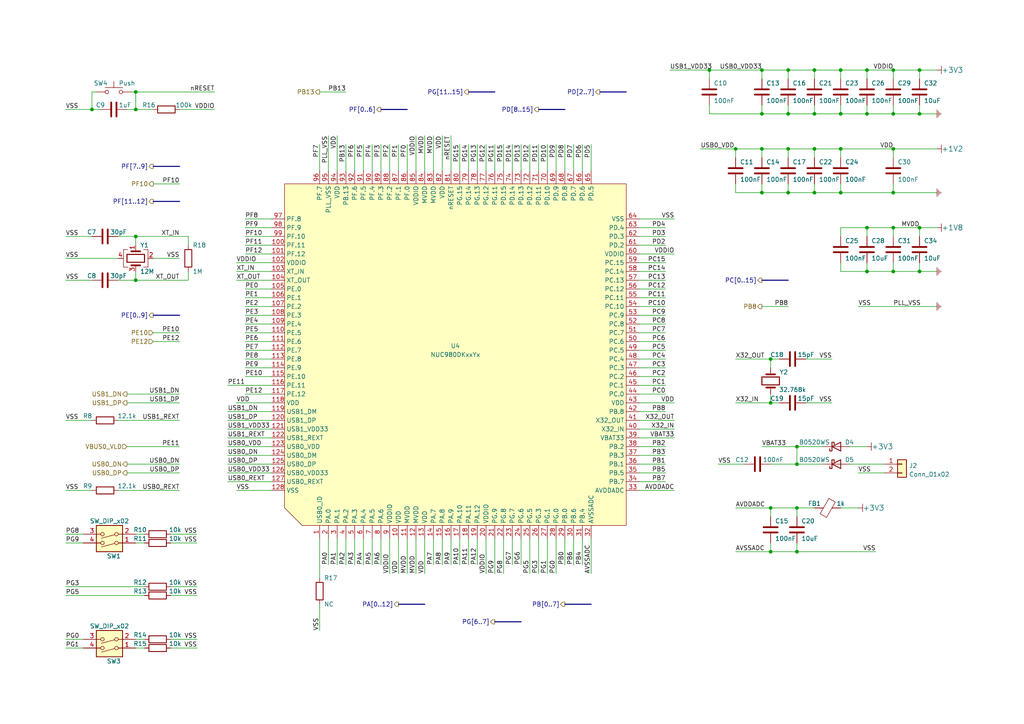
<source format=kicad_sch>
(kicad_sch (version 20230121) (generator eeschema)
  (paper "A4")
  (lib_symbols
    (symbol "0_power:+1V2" (power) (pin_names (offset 1.016))
      (property "Value" "+1V2" (at 0 1.27 0))
      (symbol "+1V2_1_1"
        (pin power_in line (at 0 -1.27 90) (length 0) hide (name "+1V2") (number "1"))
      )
    )
    (symbol "0_power:+1V8" (power) (pin_names (offset 1.016))
      (property "Value" "+1V8" (at 0 1.27 0))
      (symbol "+1V8_1_1"
        (pin power_in line (at 0 -1.27 90) (length 0) hide (name "+1V8") (number "1"))
      )
    )
    (symbol "0_power:+3V3" (power) (pin_names (offset 1.016))
      (property "Value" "+3V3" (at 0 1.27 0))
      (symbol "+3V3_1_1"
        (pin power_in line (at 0 -1.27 90) (length 0) hide (name "+3V3") (number "1"))
      )
    )
    (symbol "0_power:GND" (power) (pin_names (offset 1.016))
      (symbol "GND_1_1"
        (pin power_in line (at 0 0 270) (length 0) hide (name "GND") (number "1"))
      )
    )
    (symbol "0_ungrouped:SW_Push" (pin_numbers hide) (pin_names (offset 1.016) hide)
      (property "Reference" "SW" (at 1.27 2.54 0))
      (property "Value" "SW_Push" (at 0 -1.524 0))
      (symbol "SW_Push_0_1"
        (pin passive line (at -5.08 0 0) (length 2.54) (name "1") (number "1"))
        (pin passive line (at 5.08 0 180) (length 2.54) (name "2") (number "2"))
      )
    )
    (symbol "Connector_Generic:Conn_01x02" (pin_names (offset 1.016) hide)
      (property "Reference" "J" (at 0 2.54 0))
      (property "Value" "Conn_01x02" (at 0 -5.08 0))
      (symbol "Conn_01x02_1_1"
        (pin passive line (at -5.08 0 0) (length 3.81) (name "Pin_1") (number "1"))
        (pin passive line (at -5.08 -2.54 0) (length 3.81) (name "Pin_2") (number "2"))
      )
    )
    (symbol "Device:C" (pin_numbers hide) (pin_names (offset 0.254))
      (property "Reference" "C" (at 0.635 2.54 0))
      (property "Value" "C" (at 0.635 -2.54 0))
      (symbol "C_1_1"
        (pin passive line (at 0 3.81 270) (length 2.794) (name "~") (number "1"))
        (pin passive line (at 0 -3.81 90) (length 2.794) (name "~") (number "2"))
      )
    )
    (symbol "Device:Crystal" (pin_numbers hide) (pin_names (offset 1.016) hide)
      (property "Reference" "Y" (at 0 3.81 0))
      (property "Value" "Crystal" (at 0 -3.81 0))
      (symbol "Crystal_1_1"
        (pin passive line (at -3.81 0 0) (length 1.27) (name "1") (number "1"))
        (pin passive line (at 3.81 0 180) (length 1.27) (name "2") (number "2"))
      )
    )
    (symbol "Device:Crystal_GND24" (pin_names (offset 1.016) hide)
      (property "Reference" "Y" (at 3.175 5.08 0))
      (property "Value" "Crystal_GND24" (at 3.175 3.175 0))
      (symbol "Crystal_GND24_1_1"
        (pin passive line (at -3.81 0 0) (length 1.27) (name "1") (number "1"))
        (pin passive line (at 0 5.08 270) (length 1.27) (name "2") (number "2"))
        (pin passive line (at 3.81 0 180) (length 1.27) (name "3") (number "3"))
        (pin passive line (at 0 -5.08 90) (length 1.27) (name "4") (number "4"))
      )
    )
    (symbol "Device:D_Schottky" (pin_numbers hide) (pin_names (offset 1.016) hide)
      (property "Reference" "D" (at 0 2.54 0))
      (property "Value" "D_Schottky" (at 0 -2.54 0))
      (symbol "D_Schottky_1_1"
        (pin passive line (at -3.81 0 0) (length 2.54) (name "K") (number "1"))
        (pin passive line (at 3.81 0 180) (length 2.54) (name "A") (number "2"))
      )
    )
    (symbol "Device:FerriteBead" (pin_numbers hide) (pin_names (offset 0))
      (property "Reference" "FB" (at -3.81 0.635 90))
      (property "Value" "FerriteBead" (at 3.81 0 90))
      (symbol "FerriteBead_1_1"
        (pin passive line (at 0 3.81 270) (length 2.54) (name "~") (number "1"))
        (pin passive line (at 0 -3.81 90) (length 2.54) (name "~") (number "2"))
      )
    )
    (symbol "Device:R" (pin_numbers hide) (pin_names (offset 0))
      (property "Reference" "R" (at 2.032 0 90))
      (property "Value" "R" (at 0 0 90))
      (symbol "R_1_1"
        (pin passive line (at 0 3.81 270) (length 1.27) (name "~") (number "1"))
        (pin passive line (at 0 -3.81 90) (length 1.27) (name "~") (number "2"))
      )
    )
    (symbol "Switch:SW_DIP_x02" (pin_names (offset 0) hide)
      (property "Reference" "SW" (at 0 6.35 0))
      (property "Value" "SW_DIP_x02" (at 0 -3.81 0))
      (symbol "SW_DIP_x02_1_1"
        (pin passive line (at -7.62 2.54 0) (length 5.08) (name "~") (number "1"))
        (pin passive line (at -7.62 0 0) (length 5.08) (name "~") (number "2"))
        (pin passive line (at 7.62 0 180) (length 5.08) (name "~") (number "3"))
        (pin passive line (at 7.62 2.54 180) (length 5.08) (name "~") (number "4"))
      )
    )
    (symbol "SymLibrary:NUC980DKxxYx"
      (property "Reference" "U" (at -49.53 -49.53 0))
      (property "Value" "NUC980DKxxYx" (at 0 0 0))
      (symbol "NUC980DKxxYx_1_1"
        (pin passive line (at -39.37 -53.34 90) (length 3.81) (name "USB0_ID") (number "1"))
        (pin passive line (at -16.51 -53.34 90) (length 3.81) (name "VDD") (number "10"))
        (pin passive line (at -53.34 31.75 0) (length 3.81) (name "PF.11") (number "100"))
        (pin passive line (at -53.34 29.21 0) (length 3.81) (name "PF.12") (number "101"))
        (pin passive line (at -53.34 26.67 0) (length 3.81) (name "VDDIO") (number "102"))
        (pin passive line (at -53.34 24.13 0) (length 3.81) (name "XT_IN") (number "103"))
        (pin passive line (at -53.34 21.59 0) (length 3.81) (name "XT_OUT") (number "104"))
        (pin passive line (at -53.34 19.05 0) (length 3.81) (name "PE.0") (number "105"))
        (pin passive line (at -53.34 16.51 0) (length 3.81) (name "PE.1") (number "106"))
        (pin passive line (at -53.34 13.97 0) (length 3.81) (name "PE.2") (number "107"))
        (pin passive line (at -53.34 11.43 0) (length 3.81) (name "PE.3") (number "108"))
        (pin passive line (at -53.34 8.89 0) (length 3.81) (name "PE.4") (number "109"))
        (pin passive line (at -13.97 -53.34 90) (length 3.81) (name "MVDD") (number "11"))
        (pin passive line (at -53.34 6.35 0) (length 3.81) (name "PE.5") (number "110"))
        (pin passive line (at -53.34 3.81 0) (length 3.81) (name "PE.6") (number "111"))
        (pin passive line (at -53.34 1.27 0) (length 3.81) (name "PE.7") (number "112"))
        (pin passive line (at -53.34 -1.27 0) (length 3.81) (name "PE.8") (number "113"))
        (pin passive line (at -53.34 -3.81 0) (length 3.81) (name "PE.9") (number "114"))
        (pin passive line (at -53.34 -6.35 0) (length 3.81) (name "PE.10") (number "115"))
        (pin passive line (at -53.34 -8.89 0) (length 3.81) (name "PE.11") (number "116"))
        (pin passive line (at -53.34 -11.43 0) (length 3.81) (name "PE.12") (number "117"))
        (pin passive line (at -53.34 -13.97 0) (length 3.81) (name "VDD") (number "118"))
        (pin passive line (at -53.34 -16.51 0) (length 3.81) (name "USB1_DM") (number "119"))
        (pin passive line (at -11.43 -53.34 90) (length 3.81) (name "MVDD") (number "12"))
        (pin passive line (at -53.34 -19.05 0) (length 3.81) (name "USB1_DP") (number "120"))
        (pin passive line (at -53.34 -21.59 0) (length 3.81) (name "USB1_VDD33") (number "121"))
        (pin passive line (at -53.34 -24.13 0) (length 3.81) (name "USB1_REXT") (number "122"))
        (pin passive line (at -53.34 -26.67 0) (length 3.81) (name "USB0_VDD") (number "123"))
        (pin passive line (at -53.34 -29.21 0) (length 3.81) (name "USB0_DM") (number "124"))
        (pin passive line (at -53.34 -31.75 0) (length 3.81) (name "USB0_DP") (number "125"))
        (pin passive line (at -53.34 -34.29 0) (length 3.81) (name "USB0_VDD33") (number "126"))
        (pin passive line (at -53.34 -36.83 0) (length 3.81) (name "USB0_REXT") (number "127"))
        (pin passive line (at -53.34 -39.37 0) (length 3.81) (name "VSS") (number "128"))
        (pin passive line (at -8.89 -53.34 90) (length 3.81) (name "VDD") (number "13"))
        (pin passive line (at -6.35 -53.34 90) (length 3.81) (name "PA.7") (number "14"))
        (pin passive line (at -3.81 -53.34 90) (length 3.81) (name "PA.8") (number "15"))
        (pin passive line (at -1.27 -53.34 90) (length 3.81) (name "PA.9") (number "16"))
        (pin passive line (at 1.27 -53.34 90) (length 3.81) (name "PA.10") (number "17"))
        (pin passive line (at 3.81 -53.34 90) (length 3.81) (name "PA.11") (number "18"))
        (pin passive line (at 6.35 -53.34 90) (length 3.81) (name "PA.12") (number "19"))
        (pin passive line (at -36.83 -53.34 90) (length 3.81) (name "PA.0") (number "2"))
        (pin passive line (at 8.89 -53.34 90) (length 3.81) (name "VDDIO") (number "20"))
        (pin passive line (at 11.43 -53.34 90) (length 3.81) (name "PG.9") (number "21"))
        (pin passive line (at 13.97 -53.34 90) (length 3.81) (name "PG.8") (number "22"))
        (pin passive line (at 16.51 -53.34 90) (length 3.81) (name "PG.7") (number "23"))
        (pin passive line (at 19.05 -53.34 90) (length 3.81) (name "PG.6") (number "24"))
        (pin passive line (at 21.59 -53.34 90) (length 3.81) (name "PG.5") (number "25"))
        (pin passive line (at 24.13 -53.34 90) (length 3.81) (name "PG.3") (number "26"))
        (pin passive line (at 26.67 -53.34 90) (length 3.81) (name "PG.1") (number "27"))
        (pin passive line (at 29.21 -53.34 90) (length 3.81) (name "PG.0") (number "28"))
        (pin passive line (at 31.75 -53.34 90) (length 3.81) (name "PB.0") (number "29"))
        (pin passive line (at -34.29 -53.34 90) (length 3.81) (name "PA.1") (number "3"))
        (pin passive line (at 34.29 -53.34 90) (length 3.81) (name "PB.6") (number "30"))
        (pin passive line (at 36.83 -53.34 90) (length 3.81) (name "PB.4") (number "31"))
        (pin passive line (at 39.37 -53.34 90) (length 3.81) (name "AVSSADC") (number "32"))
        (pin passive line (at 53.34 -39.37 180) (length 3.81) (name "AVDDADC") (number "33"))
        (pin passive line (at 53.34 -36.83 180) (length 3.81) (name "PB.7") (number "34"))
        (pin passive line (at 53.34 -34.29 180) (length 3.81) (name "PB.5") (number "35"))
        (pin passive line (at 53.34 -31.75 180) (length 3.81) (name "PB.1") (number "36"))
        (pin passive line (at 53.34 -29.21 180) (length 3.81) (name "PB.3") (number "37"))
        (pin passive line (at 53.34 -26.67 180) (length 3.81) (name "PB.2") (number "38"))
        (pin passive line (at 53.34 -24.13 180) (length 3.81) (name "VBAT33") (number "39"))
        (pin passive line (at -31.75 -53.34 90) (length 3.81) (name "PA.2") (number "4"))
        (pin passive line (at 53.34 -21.59 180) (length 3.81) (name "X32_IN") (number "40"))
        (pin passive line (at 53.34 -19.05 180) (length 3.81) (name "X32_OUT") (number "41"))
        (pin passive line (at 53.34 -16.51 180) (length 3.81) (name "PB.8") (number "42"))
        (pin passive line (at 53.34 -13.97 180) (length 3.81) (name "VDD") (number "43"))
        (pin passive line (at 53.34 -11.43 180) (length 3.81) (name "PC.0") (number "44"))
        (pin passive line (at 53.34 -8.89 180) (length 3.81) (name "PC.1") (number "45"))
        (pin passive line (at 53.34 -6.35 180) (length 3.81) (name "PC.2") (number "46"))
        (pin passive line (at 53.34 -3.81 180) (length 3.81) (name "PC.3") (number "47"))
        (pin passive line (at 53.34 -1.27 180) (length 3.81) (name "PC.4") (number "48"))
        (pin passive line (at 53.34 1.27 180) (length 3.81) (name "PC.5") (number "49"))
        (pin passive line (at -29.21 -53.34 90) (length 3.81) (name "PA.3") (number "5"))
        (pin passive line (at 53.34 3.81 180) (length 3.81) (name "PC.6") (number "50"))
        (pin passive line (at 53.34 6.35 180) (length 3.81) (name "PC.7") (number "51"))
        (pin passive line (at 53.34 8.89 180) (length 3.81) (name "PC.8") (number "52"))
        (pin passive line (at 53.34 11.43 180) (length 3.81) (name "PC.9") (number "53"))
        (pin passive line (at 53.34 13.97 180) (length 3.81) (name "PC.10") (number "54"))
        (pin passive line (at 53.34 16.51 180) (length 3.81) (name "PC.11") (number "55"))
        (pin passive line (at 53.34 19.05 180) (length 3.81) (name "PC.12") (number "56"))
        (pin passive line (at 53.34 21.59 180) (length 3.81) (name "PC.13") (number "57"))
        (pin passive line (at 53.34 24.13 180) (length 3.81) (name "PC.14") (number "58"))
        (pin passive line (at 53.34 26.67 180) (length 3.81) (name "PC.15") (number "59"))
        (pin passive line (at -26.67 -53.34 90) (length 3.81) (name "PA.4") (number "6"))
        (pin passive line (at 53.34 29.21 180) (length 3.81) (name "VDDIO") (number "60"))
        (pin passive line (at 53.34 31.75 180) (length 3.81) (name "PD.2") (number "61"))
        (pin passive line (at 53.34 34.29 180) (length 3.81) (name "PD.3") (number "62"))
        (pin passive line (at 53.34 36.83 180) (length 3.81) (name "PD.4") (number "63"))
        (pin passive line (at 53.34 39.37 180) (length 3.81) (name "VSS") (number "64"))
        (pin passive line (at 39.37 53.34 270) (length 3.81) (name "PD.5") (number "65"))
        (pin passive line (at 36.83 53.34 270) (length 3.81) (name "PD.6") (number "66"))
        (pin passive line (at 34.29 53.34 270) (length 3.81) (name "PD.7") (number "67"))
        (pin passive line (at 31.75 53.34 270) (length 3.81) (name "PD.8") (number "68"))
        (pin passive line (at 29.21 53.34 270) (length 3.81) (name "PD.9") (number "69"))
        (pin passive line (at -24.13 -53.34 90) (length 3.81) (name "PA.5") (number "7"))
        (pin passive line (at 26.67 53.34 270) (length 3.81) (name "PD.10") (number "70"))
        (pin passive line (at 24.13 53.34 270) (length 3.81) (name "PD.11") (number "71"))
        (pin passive line (at 21.59 53.34 270) (length 3.81) (name "PD.12") (number "72"))
        (pin passive line (at 19.05 53.34 270) (length 3.81) (name "PD.13") (number "73"))
        (pin passive line (at 16.51 53.34 270) (length 3.81) (name "PD.14") (number "74"))
        (pin passive line (at 13.97 53.34 270) (length 3.81) (name "PD.15") (number "75"))
        (pin passive line (at 11.43 53.34 270) (length 3.81) (name "PG.11") (number "76"))
        (pin passive line (at 8.89 53.34 270) (length 3.81) (name "PG.12") (number "77"))
        (pin passive line (at 6.35 53.34 270) (length 3.81) (name "PG.13") (number "78"))
        (pin passive line (at 3.81 53.34 270) (length 3.81) (name "PG.14") (number "79"))
        (pin passive line (at -21.59 -53.34 90) (length 3.81) (name "PA.6") (number "8"))
        (pin passive line (at 1.27 53.34 270) (length 3.81) (name "PG.15") (number "80"))
        (pin passive line (at -1.27 53.34 270) (length 3.81) (name "nRESET") (number "81"))
        (pin passive line (at -3.81 53.34 270) (length 3.81) (name "VDD") (number "82"))
        (pin passive line (at -6.35 53.34 270) (length 3.81) (name "MVDD") (number "83"))
        (pin passive line (at -8.89 53.34 270) (length 3.81) (name "MVDD") (number "84"))
        (pin passive line (at -11.43 53.34 270) (length 3.81) (name "VDDIO") (number "85"))
        (pin passive line (at -13.97 53.34 270) (length 3.81) (name "PF.0") (number "86"))
        (pin passive line (at -16.51 53.34 270) (length 3.81) (name "PF.1") (number "87"))
        (pin passive line (at -19.05 53.34 270) (length 3.81) (name "PF.2") (number "88"))
        (pin passive line (at -21.59 53.34 270) (length 3.81) (name "PF.3") (number "89"))
        (pin passive line (at -19.05 -53.34 90) (length 3.81) (name "VDDIO") (number "9"))
        (pin passive line (at -24.13 53.34 270) (length 3.81) (name "PF.4") (number "90"))
        (pin passive line (at -26.67 53.34 270) (length 3.81) (name "PF.5") (number "91"))
        (pin passive line (at -29.21 53.34 270) (length 3.81) (name "PF.6") (number "92"))
        (pin passive line (at -31.75 53.34 270) (length 3.81) (name "PB.13") (number "93"))
        (pin passive line (at -34.29 53.34 270) (length 3.81) (name "VDD") (number "94"))
        (pin passive line (at -36.83 53.34 270) (length 3.81) (name "PLL_VSS") (number "95"))
        (pin passive line (at -39.37 53.34 270) (length 3.81) (name "PF.7") (number "96"))
        (pin passive line (at -53.34 39.37 0) (length 3.81) (name "PF.8") (number "97"))
        (pin passive line (at -53.34 36.83 0) (length 3.81) (name "PF.9") (number "98"))
        (pin passive line (at -53.34 34.29 0) (length 3.81) (name "PF.10") (number "99"))
      )
    )
  )
  (junction (at 266.7 66.04))
  (junction (at 223.52 116.84))
  (junction (at 259.08 20.32))
  (junction (at 228.6 20.32))
  (junction (at 251.46 20.32))
  (junction (at 223.52 160.02))
  (junction (at 231.14 160.02))
  (junction (at 223.52 104.14))
  (junction (at 236.22 20.32))
  (junction (at 259.08 33.02))
  (junction (at 236.22 43.18))
  (junction (at 236.22 55.88))
  (junction (at 266.7 33.02))
  (junction (at 231.14 147.32))
  (junction (at 243.84 20.32))
  (junction (at 259.08 55.88))
  (junction (at 228.6 55.88))
  (junction (at 220.98 20.32))
  (junction (at 266.7 78.74))
  (junction (at 220.98 43.18))
  (junction (at 39.37 26.67))
  (junction (at 231.14 134.62))
  (junction (at 223.52 147.32))
  (junction (at 228.6 43.18))
  (junction (at 205.74 20.32))
  (junction (at 259.08 78.74))
  (junction (at 259.08 66.04))
  (junction (at 251.46 33.02))
  (junction (at 266.7 20.32))
  (junction (at 213.36 43.18))
  (junction (at 231.14 129.54))
  (junction (at 243.84 33.02))
  (junction (at 236.22 33.02))
  (junction (at 251.46 78.74))
  (junction (at 228.6 33.02))
  (junction (at 220.98 55.88))
  (junction (at 220.98 33.02))
  (junction (at 243.84 55.88))
  (junction (at 251.46 66.04))
  (junction (at 259.08 43.18))
  (junction (at 243.84 43.18))
  (junction (at 39.37 68.58))
  (junction (at 39.37 81.28))
  (junction (at 39.37 31.75))
  (junction (at 26.67 31.75))
  (wire (pts (xy 36.83 134.62) (xy 52.07 134.62)))
  (wire (pts (xy 107.95 41.91) (xy 107.95 49.53)))
  (wire (pts (xy 123.19 39.37) (xy 123.19 49.53)))
  (wire (pts (xy 238.76 129.54) (xy 231.14 129.54)))
  (wire (pts (xy 223.52 157.48) (xy 223.52 160.02)))
  (wire (pts (xy 39.37 71.12) (xy 39.37 68.58)))
  (wire (pts (xy 19.05 142.24) (xy 26.67 142.24)))
  (wire (pts (xy 228.6 43.18) (xy 228.6 45.72)))
  (wire (pts (xy 185.42 99.06) (xy 193.04 99.06)))
  (wire (pts (xy 71.12 109.22) (xy 78.74 109.22)))
  (wire (pts (xy 243.84 33.02) (xy 236.22 33.02)))
  (wire (pts (xy 233.68 104.14) (xy 241.3 104.14)))
  (wire (pts (xy 39.37 185.42) (xy 41.91 185.42)))
  (wire (pts (xy 228.6 55.88) (xy 236.22 55.88)))
  (wire (pts (xy 251.46 30.48) (xy 251.46 33.02)))
  (wire (pts (xy 236.22 30.48) (xy 236.22 33.02)))
  (wire (pts (xy 39.37 26.67) (xy 39.37 31.75)))
  (wire (pts (xy 62.23 31.75) (xy 52.07 31.75)))
  (wire (pts (xy 243.84 78.74) (xy 243.84 76.2)))
  (wire (pts (xy 95.25 39.37) (xy 95.25 49.53)))
  (wire (pts (xy 185.42 66.04) (xy 193.04 66.04)))
  (wire (pts (xy 220.98 20.32) (xy 228.6 20.32)))
  (wire (pts (xy 168.91 156.21) (xy 168.91 163.83)))
  (wire (pts (xy 228.6 53.34) (xy 228.6 55.88)))
  (wire (pts (xy 71.12 88.9) (xy 78.74 88.9)))
  (wire (pts (xy 223.52 104.14) (xy 223.52 106.68)))
  (wire (pts (xy 251.46 20.32) (xy 251.46 22.86)))
  (wire (pts (xy 259.08 20.32) (xy 259.08 22.86)))
  (wire (pts (xy 19.05 170.18) (xy 41.91 170.18)))
  (wire (pts (xy 243.84 43.18) (xy 259.08 43.18)))
  (wire (pts (xy 36.83 116.84) (xy 52.07 116.84)))
  (wire (pts (xy 259.08 53.34) (xy 259.08 55.88)))
  (wire (pts (xy 71.12 86.36) (xy 78.74 86.36)))
  (wire (pts (xy 259.08 55.88) (xy 271.78 55.88)))
  (wire (pts (xy 248.92 88.9) (xy 271.78 88.9)))
  (wire (pts (xy 66.04 129.54) (xy 78.74 129.54)))
  (wire (pts (xy 259.08 66.04) (xy 266.7 66.04)))
  (bus (pts (xy 173.99 26.67) (xy 181.61 26.67)))
  (wire (pts (xy 19.05 31.75) (xy 26.67 31.75)))
  (wire (pts (xy 243.84 147.32) (xy 248.92 147.32)))
  (wire (pts (xy 246.38 129.54) (xy 251.46 129.54)))
  (wire (pts (xy 19.05 154.94) (xy 24.13 154.94)))
  (wire (pts (xy 185.42 86.36) (xy 193.04 86.36)))
  (wire (pts (xy 97.79 156.21) (xy 97.79 163.83)))
  (bus (pts (xy 110.49 31.75) (xy 118.11 31.75)))
  (wire (pts (xy 19.05 187.96) (xy 24.13 187.96)))
  (wire (pts (xy 185.42 71.12) (xy 193.04 71.12)))
  (wire (pts (xy 185.42 142.24) (xy 195.58 142.24)))
  (wire (pts (xy 185.42 78.74) (xy 193.04 78.74)))
  (wire (pts (xy 19.05 157.48) (xy 24.13 157.48)))
  (wire (pts (xy 271.78 78.74) (xy 266.7 78.74)))
  (wire (pts (xy 102.87 41.91) (xy 102.87 49.53)))
  (wire (pts (xy 128.27 156.21) (xy 128.27 163.83)))
  (wire (pts (xy 220.98 43.18) (xy 213.36 43.18)))
  (wire (pts (xy 231.14 157.48) (xy 231.14 160.02)))
  (wire (pts (xy 185.42 124.46) (xy 195.58 124.46)))
  (wire (pts (xy 231.14 129.54) (xy 220.98 129.54)))
  (wire (pts (xy 259.08 43.18) (xy 271.78 43.18)))
  (wire (pts (xy 44.45 99.06) (xy 52.07 99.06)))
  (wire (pts (xy 95.25 156.21) (xy 95.25 163.83)))
  (wire (pts (xy 238.76 134.62) (xy 231.14 134.62)))
  (wire (pts (xy 205.74 30.48) (xy 205.74 33.02)))
  (wire (pts (xy 266.7 66.04) (xy 271.78 66.04)))
  (wire (pts (xy 266.7 33.02) (xy 271.78 33.02)))
  (wire (pts (xy 120.65 156.21) (xy 120.65 166.37)))
  (wire (pts (xy 68.58 78.74) (xy 78.74 78.74)))
  (wire (pts (xy 34.29 121.92) (xy 52.07 121.92)))
  (wire (pts (xy 26.67 26.67) (xy 26.67 31.75)))
  (wire (pts (xy 231.14 134.62) (xy 223.52 134.62)))
  (wire (pts (xy 220.98 53.34) (xy 220.98 55.88)))
  (wire (pts (xy 125.73 156.21) (xy 125.73 163.83)))
  (wire (pts (xy 194.31 20.32) (xy 205.74 20.32)))
  (wire (pts (xy 44.45 53.34) (xy 52.07 53.34)))
  (wire (pts (xy 215.9 134.62) (xy 208.28 134.62)))
  (wire (pts (xy 146.05 156.21) (xy 146.05 166.37)))
  (wire (pts (xy 66.04 119.38) (xy 78.74 119.38)))
  (wire (pts (xy 71.12 63.5) (xy 78.74 63.5)))
  (wire (pts (xy 19.05 172.72) (xy 41.91 172.72)))
  (wire (pts (xy 107.95 156.21) (xy 107.95 163.83)))
  (wire (pts (xy 220.98 88.9) (xy 228.6 88.9)))
  (wire (pts (xy 185.42 83.82) (xy 193.04 83.82)))
  (wire (pts (xy 19.05 81.28) (xy 26.67 81.28)))
  (wire (pts (xy 110.49 156.21) (xy 110.49 163.83)))
  (wire (pts (xy 44.45 96.52) (xy 52.07 96.52)))
  (wire (pts (xy 118.11 41.91) (xy 118.11 49.53)))
  (wire (pts (xy 138.43 156.21) (xy 138.43 163.83)))
  (wire (pts (xy 185.42 76.2) (xy 193.04 76.2)))
  (wire (pts (xy 102.87 156.21) (xy 102.87 163.83)))
  (wire (pts (xy 27.94 26.67) (xy 26.67 26.67)))
  (wire (pts (xy 66.04 121.92) (xy 78.74 121.92)))
  (wire (pts (xy 19.05 68.58) (xy 26.67 68.58)))
  (wire (pts (xy 228.6 20.32) (xy 236.22 20.32)))
  (wire (pts (xy 243.84 30.48) (xy 243.84 33.02)))
  (wire (pts (xy 246.38 134.62) (xy 256.54 134.62)))
  (wire (pts (xy 38.1 26.67) (xy 39.37 26.67)))
  (wire (pts (xy 220.98 43.18) (xy 220.98 45.72)))
  (wire (pts (xy 185.42 111.76) (xy 193.04 111.76)))
  (wire (pts (xy 220.98 20.32) (xy 205.74 20.32)))
  (wire (pts (xy 220.98 30.48) (xy 220.98 33.02)))
  (wire (pts (xy 49.53 172.72) (xy 57.15 172.72)))
  (wire (pts (xy 71.12 68.58) (xy 78.74 68.58)))
  (wire (pts (xy 259.08 43.18) (xy 259.08 45.72)))
  (wire (pts (xy 223.52 114.3) (xy 223.52 116.84)))
  (wire (pts (xy 39.37 31.75) (xy 36.83 31.75)))
  (wire (pts (xy 39.37 81.28) (xy 54.61 81.28)))
  (wire (pts (xy 123.19 156.21) (xy 123.19 166.37)))
  (wire (pts (xy 151.13 41.91) (xy 151.13 49.53)))
  (wire (pts (xy 130.81 39.37) (xy 130.81 49.53)))
  (wire (pts (xy 236.22 33.02) (xy 228.6 33.02)))
  (wire (pts (xy 266.7 30.48) (xy 266.7 33.02)))
  (wire (pts (xy 168.91 41.91) (xy 168.91 49.53)))
  (wire (pts (xy 39.37 78.74) (xy 39.37 81.28)))
  (wire (pts (xy 71.12 83.82) (xy 78.74 83.82)))
  (wire (pts (xy 143.51 41.91) (xy 143.51 49.53)))
  (bus (pts (xy 135.89 26.67) (xy 143.51 26.67)))
  (wire (pts (xy 146.05 41.91) (xy 146.05 49.53)))
  (wire (pts (xy 143.51 156.21) (xy 143.51 166.37)))
  (wire (pts (xy 71.12 99.06) (xy 78.74 99.06)))
  (wire (pts (xy 163.83 156.21) (xy 163.83 163.83)))
  (wire (pts (xy 158.75 156.21) (xy 158.75 166.37)))
  (wire (pts (xy 100.33 156.21) (xy 100.33 163.83)))
  (wire (pts (xy 130.81 156.21) (xy 130.81 163.83)))
  (wire (pts (xy 259.08 20.32) (xy 266.7 20.32)))
  (wire (pts (xy 39.37 157.48) (xy 41.91 157.48)))
  (wire (pts (xy 223.52 116.84) (xy 226.06 116.84)))
  (wire (pts (xy 166.37 41.91) (xy 166.37 49.53)))
  (wire (pts (xy 185.42 109.22) (xy 193.04 109.22)))
  (wire (pts (xy 115.57 156.21) (xy 115.57 166.37)))
  (wire (pts (xy 44.45 31.75) (xy 39.37 31.75)))
  (wire (pts (xy 71.12 93.98) (xy 78.74 93.98)))
  (wire (pts (xy 205.74 33.02) (xy 220.98 33.02)))
  (wire (pts (xy 133.35 41.91) (xy 133.35 49.53)))
  (wire (pts (xy 266.7 76.2) (xy 266.7 78.74)))
  (wire (pts (xy 54.61 78.74) (xy 54.61 81.28)))
  (wire (pts (xy 118.11 156.21) (xy 118.11 166.37)))
  (wire (pts (xy 153.67 41.91) (xy 153.67 49.53)))
  (wire (pts (xy 71.12 91.44) (xy 78.74 91.44)))
  (wire (pts (xy 231.14 129.54) (xy 231.14 134.62)))
  (wire (pts (xy 19.05 74.93) (xy 34.29 74.93)))
  (wire (pts (xy 125.73 39.37) (xy 125.73 49.53)))
  (wire (pts (xy 151.13 156.21) (xy 151.13 163.83)))
  (wire (pts (xy 110.49 41.91) (xy 110.49 49.53)))
  (wire (pts (xy 213.36 116.84) (xy 223.52 116.84)))
  (wire (pts (xy 92.71 41.91) (xy 92.71 49.53)))
  (wire (pts (xy 39.37 68.58) (xy 34.29 68.58)))
  (wire (pts (xy 236.22 20.32) (xy 236.22 22.86)))
  (wire (pts (xy 213.36 43.18) (xy 213.36 45.72)))
  (wire (pts (xy 251.46 33.02) (xy 243.84 33.02)))
  (wire (pts (xy 49.53 187.96) (xy 57.15 187.96)))
  (wire (pts (xy 185.42 119.38) (xy 193.04 119.38)))
  (wire (pts (xy 259.08 66.04) (xy 259.08 68.58)))
  (wire (pts (xy 185.42 88.9) (xy 193.04 88.9)))
  (wire (pts (xy 228.6 43.18) (xy 220.98 43.18)))
  (wire (pts (xy 243.84 43.18) (xy 243.84 45.72)))
  (wire (pts (xy 36.83 114.3) (xy 52.07 114.3)))
  (wire (pts (xy 248.92 137.16) (xy 256.54 137.16)))
  (wire (pts (xy 251.46 78.74) (xy 243.84 78.74)))
  (wire (pts (xy 228.6 20.32) (xy 228.6 22.86)))
  (wire (pts (xy 205.74 20.32) (xy 205.74 22.86)))
  (wire (pts (xy 44.45 74.93) (xy 52.07 74.93)))
  (wire (pts (xy 113.03 156.21) (xy 113.03 166.37)))
  (wire (pts (xy 266.7 20.32) (xy 271.78 20.32)))
  (wire (pts (xy 266.7 66.04) (xy 266.7 68.58)))
  (wire (pts (xy 231.14 160.02) (xy 254 160.02)))
  (wire (pts (xy 185.42 104.14) (xy 193.04 104.14)))
  (wire (pts (xy 105.41 156.21) (xy 105.41 163.83)))
  (bus (pts (xy 44.45 91.44) (xy 52.07 91.44)))
  (wire (pts (xy 66.04 134.62) (xy 78.74 134.62)))
  (wire (pts (xy 156.21 41.91) (xy 156.21 49.53)))
  (wire (pts (xy 135.89 41.91) (xy 135.89 49.53)))
  (wire (pts (xy 243.84 66.04) (xy 251.46 66.04)))
  (wire (pts (xy 71.12 101.6) (xy 78.74 101.6)))
  (wire (pts (xy 259.08 33.02) (xy 251.46 33.02)))
  (wire (pts (xy 231.14 147.32) (xy 231.14 149.86)))
  (wire (pts (xy 68.58 81.28) (xy 78.74 81.28)))
  (wire (pts (xy 135.89 156.21) (xy 135.89 163.83)))
  (wire (pts (xy 236.22 55.88) (xy 243.84 55.88)))
  (wire (pts (xy 220.98 33.02) (xy 228.6 33.02)))
  (wire (pts (xy 26.67 31.75) (xy 29.21 31.75)))
  (wire (pts (xy 231.14 147.32) (xy 236.22 147.32)))
  (wire (pts (xy 92.71 175.26) (xy 92.71 182.88)))
  (bus (pts (xy 143.51 180.34) (xy 151.13 180.34)))
  (wire (pts (xy 133.35 156.21) (xy 133.35 163.83)))
  (wire (pts (xy 213.36 53.34) (xy 213.36 55.88)))
  (wire (pts (xy 185.42 96.52) (xy 193.04 96.52)))
  (wire (pts (xy 213.36 160.02) (xy 223.52 160.02)))
  (wire (pts (xy 66.04 139.7) (xy 78.74 139.7)))
  (wire (pts (xy 243.84 53.34) (xy 243.84 55.88)))
  (wire (pts (xy 140.97 156.21) (xy 140.97 166.37)))
  (wire (pts (xy 49.53 157.48) (xy 57.15 157.48)))
  (wire (pts (xy 113.03 41.91) (xy 113.03 49.53)))
  (wire (pts (xy 185.42 101.6) (xy 193.04 101.6)))
  (wire (pts (xy 66.04 124.46) (xy 78.74 124.46)))
  (wire (pts (xy 105.41 41.91) (xy 105.41 49.53)))
  (wire (pts (xy 156.21 156.21) (xy 156.21 166.37)))
  (wire (pts (xy 226.06 104.14) (xy 223.52 104.14)))
  (wire (pts (xy 39.37 68.58) (xy 54.61 68.58)))
  (wire (pts (xy 148.59 41.91) (xy 148.59 49.53)))
  (wire (pts (xy 223.52 147.32) (xy 223.52 149.86)))
  (wire (pts (xy 243.84 66.04) (xy 243.84 68.58)))
  (wire (pts (xy 223.52 160.02) (xy 231.14 160.02)))
  (wire (pts (xy 220.98 55.88) (xy 228.6 55.88)))
  (bus (pts (xy 156.21 31.75) (xy 163.83 31.75)))
  (wire (pts (xy 161.29 41.91) (xy 161.29 49.53)))
  (wire (pts (xy 185.42 114.3) (xy 193.04 114.3)))
  (wire (pts (xy 171.45 156.21) (xy 171.45 166.37)))
  (wire (pts (xy 36.83 137.16) (xy 52.07 137.16)))
  (wire (pts (xy 68.58 116.84) (xy 78.74 116.84)))
  (wire (pts (xy 54.61 68.58) (xy 54.61 71.12)))
  (wire (pts (xy 19.05 121.92) (xy 26.67 121.92)))
  (wire (pts (xy 49.53 154.94) (xy 57.15 154.94)))
  (wire (pts (xy 266.7 20.32) (xy 266.7 22.86)))
  (wire (pts (xy 185.42 81.28) (xy 193.04 81.28)))
  (wire (pts (xy 185.42 91.44) (xy 193.04 91.44)))
  (wire (pts (xy 213.36 55.88) (xy 220.98 55.88)))
  (wire (pts (xy 39.37 81.28) (xy 34.29 81.28)))
  (bus (pts (xy 220.98 81.28) (xy 228.6 81.28)))
  (wire (pts (xy 97.79 39.37) (xy 97.79 49.53)))
  (wire (pts (xy 39.37 187.96) (xy 41.91 187.96)))
  (wire (pts (xy 66.04 111.76) (xy 78.74 111.76)))
  (wire (pts (xy 153.67 156.21) (xy 153.67 166.37)))
  (wire (pts (xy 185.42 116.84) (xy 195.58 116.84)))
  (wire (pts (xy 185.42 68.58) (xy 193.04 68.58)))
  (wire (pts (xy 251.46 66.04) (xy 259.08 66.04)))
  (wire (pts (xy 259.08 30.48) (xy 259.08 33.02)))
  (wire (pts (xy 213.36 104.14) (xy 223.52 104.14)))
  (wire (pts (xy 243.84 20.32) (xy 251.46 20.32)))
  (wire (pts (xy 100.33 41.91) (xy 100.33 49.53)))
  (wire (pts (xy 148.59 156.21) (xy 148.59 163.83)))
  (wire (pts (xy 236.22 20.32) (xy 243.84 20.32)))
  (wire (pts (xy 34.29 142.24) (xy 52.07 142.24)))
  (wire (pts (xy 166.37 156.21) (xy 166.37 163.83)))
  (wire (pts (xy 266.7 33.02) (xy 259.08 33.02)))
  (wire (pts (xy 185.42 134.62) (xy 193.04 134.62)))
  (wire (pts (xy 71.12 106.68) (xy 78.74 106.68)))
  (wire (pts (xy 185.42 73.66) (xy 195.58 73.66)))
  (wire (pts (xy 185.42 137.16) (xy 193.04 137.16)))
  (wire (pts (xy 71.12 114.3) (xy 78.74 114.3)))
  (wire (pts (xy 120.65 39.37) (xy 120.65 49.53)))
  (wire (pts (xy 243.84 20.32) (xy 243.84 22.86)))
  (wire (pts (xy 140.97 41.91) (xy 140.97 49.53)))
  (bus (pts (xy 163.83 175.26) (xy 171.45 175.26)))
  (wire (pts (xy 138.43 41.91) (xy 138.43 49.53)))
  (wire (pts (xy 266.7 78.74) (xy 259.08 78.74)))
  (wire (pts (xy 66.04 132.08) (xy 78.74 132.08)))
  (wire (pts (xy 259.08 78.74) (xy 251.46 78.74)))
  (bus (pts (xy 44.45 48.26) (xy 52.07 48.26)))
  (wire (pts (xy 128.27 39.37) (xy 128.27 49.53)))
  (wire (pts (xy 228.6 30.48) (xy 228.6 33.02)))
  (wire (pts (xy 185.42 139.7) (xy 193.04 139.7)))
  (wire (pts (xy 92.71 156.21) (xy 92.71 167.64)))
  (wire (pts (xy 71.12 104.14) (xy 78.74 104.14)))
  (wire (pts (xy 185.42 132.08) (xy 193.04 132.08)))
  (bus (pts (xy 44.45 58.42) (xy 52.07 58.42)))
  (wire (pts (xy 71.12 71.12) (xy 78.74 71.12)))
  (wire (pts (xy 259.08 76.2) (xy 259.08 78.74)))
  (wire (pts (xy 185.42 63.5) (xy 195.58 63.5)))
  (wire (pts (xy 243.84 43.18) (xy 236.22 43.18)))
  (wire (pts (xy 68.58 76.2) (xy 78.74 76.2)))
  (wire (pts (xy 158.75 41.91) (xy 158.75 49.53)))
  (bus (pts (xy 115.57 175.26) (xy 123.19 175.26)))
  (wire (pts (xy 39.37 154.94) (xy 41.91 154.94)))
  (wire (pts (xy 36.83 129.54) (xy 52.07 129.54)))
  (wire (pts (xy 251.46 20.32) (xy 259.08 20.32)))
  (wire (pts (xy 185.42 93.98) (xy 193.04 93.98)))
  (wire (pts (xy 236.22 43.18) (xy 236.22 45.72)))
  (wire (pts (xy 161.29 156.21) (xy 161.29 166.37)))
  (wire (pts (xy 231.14 147.32) (xy 223.52 147.32)))
  (wire (pts (xy 71.12 66.04) (xy 78.74 66.04)))
  (wire (pts (xy 92.71 26.67) (xy 100.33 26.67)))
  (wire (pts (xy 203.2 43.18) (xy 213.36 43.18)))
  (wire (pts (xy 71.12 96.52) (xy 78.74 96.52)))
  (wire (pts (xy 236.22 53.34) (xy 236.22 55.88)))
  (wire (pts (xy 68.58 142.24) (xy 78.74 142.24)))
  (wire (pts (xy 19.05 185.42) (xy 24.13 185.42)))
  (wire (pts (xy 39.37 26.67) (xy 62.23 26.67)))
  (wire (pts (xy 251.46 76.2) (xy 251.46 78.74)))
  (wire (pts (xy 236.22 43.18) (xy 228.6 43.18)))
  (wire (pts (xy 185.42 106.68) (xy 193.04 106.68)))
  (wire (pts (xy 185.42 127) (xy 195.58 127)))
  (wire (pts (xy 49.53 170.18) (xy 57.15 170.18)))
  (wire (pts (xy 66.04 127) (xy 78.74 127)))
  (wire (pts (xy 71.12 73.66) (xy 78.74 73.66)))
  (wire (pts (xy 163.83 41.91) (xy 163.83 49.53)))
  (wire (pts (xy 220.98 20.32) (xy 220.98 22.86)))
  (wire (pts (xy 243.84 55.88) (xy 259.08 55.88)))
  (wire (pts (xy 66.04 137.16) (xy 78.74 137.16)))
  (wire (pts (xy 213.36 147.32) (xy 223.52 147.32)))
  (wire (pts (xy 233.68 116.84) (xy 241.3 116.84)))
  (wire (pts (xy 171.45 41.91) (xy 171.45 49.53)))
  (wire (pts (xy 115.57 41.91) (xy 115.57 49.53)))
  (wire (pts (xy 251.46 68.58) (xy 251.46 66.04)))
  (wire (pts (xy 185.42 129.54) (xy 193.04 129.54)))
  (wire (pts (xy 49.53 185.42) (xy 57.15 185.42)))
  (wire (pts (xy 185.42 121.92) (xy 195.58 121.92)))
  (label "USB1_DP" (at 66.04 121.92 0))
  (label "USB1_REXT" (at 52.07 121.92 180))
  (label "PD10" (at 158.75 41.91 270))
  (label "PG11" (at 143.51 41.91 270))
  (label "PF3" (at 110.49 41.91 270))
  (label "PF0" (at 118.11 41.91 270))
  (label "PD5" (at 171.45 41.91 270))
  (label "VSS" (at 241.3 104.14 180))
  (label "nRESET" (at 130.81 39.37 270))
  (label "VDDIO" (at 120.65 39.37 270))
  (label "PG5" (at 153.67 166.37 90))
  (label "VSS" (at 57.15 187.96 180))
  (label "VSS" (at 19.05 68.58 0))
  (label "VSS" (at 57.15 185.42 180))
  (label "PF7" (at 92.71 41.91 270))
  (label "PG9" (at 143.51 166.37 90))
  (label "PE7" (at 71.12 101.6 0))
  (label "PE6" (at 71.12 99.06 0))
  (label "VSS" (at 248.92 137.16 0))
  (label "PD13" (at 151.13 41.91 270))
  (label "PD3" (at 193.04 68.58 180))
  (label "PB5" (at 193.04 137.16 180))
  (label "USB1_REXT" (at 66.04 127 0))
  (label "USB1_VDD33" (at 66.04 124.46 0))
  (label "USB0_VDD" (at 203.2 43.18 0))
  (label "PG15" (at 133.35 41.91 270))
  (label "USB0_DN" (at 52.07 134.62 180))
  (label "PE10" (at 52.07 96.52 180))
  (label "PC4" (at 193.04 104.14 180))
  (label "PG8" (at 19.05 154.94 0))
  (label "PA8" (at 128.27 163.83 90))
  (label "VDDIO" (at 113.03 166.37 90))
  (label "PC15" (at 193.04 76.2 180))
  (label "PC10" (at 193.04 88.9 180))
  (label "PA9" (at 130.81 163.83 90))
  (label "PB7" (at 193.04 139.7 180))
  (label "PD4" (at 193.04 66.04 180))
  (label "USB1_VDD33" (at 194.31 20.32 0))
  (label "PA10" (at 133.35 163.83 90))
  (label "PC2" (at 193.04 109.22 180))
  (label "PD11" (at 156.21 41.91 270))
  (label "XT_OUT" (at 68.58 81.28 0))
  (label "VSS" (at 19.05 74.93 0))
  (label "VDDIO" (at 140.97 166.37 90))
  (label "PA7" (at 125.73 163.83 90))
  (label "X32_IN" (at 213.36 116.84 0))
  (label "MVDD" (at 125.73 39.37 270))
  (label "PF5" (at 105.41 41.91 270))
  (label "VDD" (at 259.08 43.18 180))
  (label "PC9" (at 193.04 91.44 180))
  (label "AVDDADC" (at 213.36 147.32 0))
  (label "PC13" (at 193.04 81.28 180))
  (label "USB0_VDD" (at 66.04 129.54 0))
  (label "PB13" (at 100.33 41.91 270))
  (label "USB0_VDD33" (at 66.04 137.16 0))
  (label "PA11" (at 135.89 163.83 90))
  (label "PG0" (at 19.05 185.42 0))
  (label "PA3" (at 102.87 163.83 90))
  (label "PC5" (at 193.04 101.6 180))
  (label "USB1_DN" (at 66.04 119.38 0))
  (label "PE11" (at 52.07 129.54 180))
  (label "PF8" (at 71.12 63.5 0))
  (label "VSS" (at 92.71 182.88 90))
  (label "PF1" (at 115.57 41.91 270))
  (label "VDDIO" (at 68.58 76.2 0))
  (label "PC8" (at 193.04 93.98 180))
  (label "X32_OUT" (at 213.36 104.14 0))
  (label "VSS" (at 57.15 157.48 180))
  (label "PB1" (at 193.04 134.62 180))
  (label "VDD" (at 115.57 166.37 90))
  (label "PB4" (at 168.91 163.83 90))
  (label "MVDD" (at 266.7 66.04 180))
  (label "PF11" (at 71.12 71.12 0))
  (label "PA1" (at 97.79 163.83 90))
  (label "USB0_REXT" (at 66.04 139.7 0))
  (label "XT_IN" (at 52.07 68.58 180))
  (label "VDD" (at 68.58 116.84 0))
  (label "PD6" (at 168.91 41.91 270))
  (label "USB0_DP" (at 66.04 134.62 0))
  (label "PB13" (at 100.33 26.67 180))
  (label "PG9" (at 19.05 157.48 0))
  (label "PG8" (at 146.05 166.37 90))
  (label "PB6" (at 166.37 163.83 90))
  (label "PE1" (at 71.12 86.36 0))
  (label "PC6" (at 193.04 99.06 180))
  (label "USB0_REXT" (at 52.07 142.24 180))
  (label "PG3" (at 156.21 166.37 90))
  (label "PA6" (at 110.49 163.83 90))
  (label "USB0_VDD33" (at 220.98 20.32 180))
  (label "PD12" (at 153.67 41.91 270))
  (label "PG7" (at 148.59 163.83 90))
  (label "PD8" (at 163.83 41.91 270))
  (label "MVDD" (at 123.19 39.37 270))
  (label "VSS" (at 254 160.02 180))
  (label "PA2" (at 100.33 163.83 90))
  (label "PD14" (at 148.59 41.91 270))
  (label "VDD" (at 128.27 39.37 270))
  (label "VDD" (at 123.19 166.37 90))
  (label "PLL_VSS" (at 259.08 88.9 0))
  (label "PE12" (at 52.07 99.06 180))
  (label "PF10" (at 52.07 53.34 180))
  (label "VDDIO" (at 195.58 73.66 180))
  (label "PF10" (at 71.12 68.58 0))
  (label "PA5" (at 107.95 163.83 90))
  (label "PD7" (at 166.37 41.91 270))
  (label "USB0_DP" (at 52.07 137.16 180))
  (label "PA0" (at 95.25 163.83 90))
  (label "PD9" (at 161.29 41.91 270))
  (label "PE11" (at 66.04 111.76 0))
  (label "AVSSADC" (at 171.45 166.37 90))
  (label "VDDIO" (at 259.08 20.32 180))
  (label "PE9" (at 71.12 106.68 0))
  (label "PF9" (at 71.12 66.04 0))
  (label "PE0" (at 71.12 83.82 0))
  (label "VSS" (at 19.05 142.24 0))
  (label "VSS" (at 52.07 74.93 180))
  (label "PG5" (at 19.05 172.72 0))
  (label "VSS" (at 57.15 172.72 180))
  (label "USB1_DP" (at 52.07 116.84 180))
  (label "PE4" (at 71.12 93.98 0))
  (label "VSS" (at 248.92 88.9 0))
  (label "XT_OUT" (at 52.07 81.28 180))
  (label "PA4" (at 105.41 163.83 90))
  (label "XT_IN" (at 68.58 78.74 0))
  (label "VSS" (at 57.15 154.94 180))
  (label "PG13" (at 138.43 41.91 270))
  (label "USB1_DN" (at 52.07 114.3 180))
  (label "PG12" (at 140.97 41.91 270))
  (label "PA12" (at 138.43 163.83 90))
  (label "nRESET" (at 62.23 26.67 180))
  (label "PC7" (at 193.04 96.52 180))
  (label "VBAT33" (at 195.58 127 180))
  (label "VSS" (at 208.28 134.62 0))
  (label "VSS" (at 241.3 116.84 180))
  (label "PC11" (at 193.04 86.36 180))
  (label "PG6" (at 151.13 163.83 90))
  (label "PC3" (at 193.04 106.68 180))
  (label "MVDD" (at 120.65 166.37 90))
  (label "PF6" (at 102.87 41.91 270))
  (label "AVSSADC" (at 213.36 160.02 0))
  (label "PE5" (at 71.12 96.52 0))
  (label "PB0" (at 163.83 163.83 90))
  (label "VSS" (at 195.58 63.5 180))
  (label "PC1" (at 193.04 111.76 180))
  (label "PE2" (at 71.12 88.9 0))
  (label "PG3" (at 19.05 170.18 0))
  (label "PG1" (at 19.05 187.96 0))
  (label "X32_IN" (at 195.58 124.46 180))
  (label "PB2" (at 193.04 129.54 180))
  (label "VSS" (at 19.05 121.92 0))
  (label "PB8" (at 228.6 88.9 180))
  (label "VDDIO" (at 62.23 31.75 180))
  (label "PG0" (at 161.29 166.37 90))
  (label "PG1" (at 158.75 166.37 90))
  (label "PC0" (at 193.04 114.3 180))
  (label "VSS" (at 19.05 31.75 0))
  (label "PD2" (at 193.04 71.12 180))
  (label "PLL_VSS" (at 95.25 39.37 270))
  (label "VSS" (at 68.58 142.24 0))
  (label "VBAT33" (at 220.98 129.54 0))
  (label "PE3" (at 71.12 91.44 0))
  (label "VSS" (at 19.05 81.28 0))
  (label "PD15" (at 146.05 41.91 270))
  (label "VSS" (at 57.15 170.18 180))
  (label "X32_OUT" (at 195.58 121.92 180))
  (label "PF4" (at 107.95 41.91 270))
  (label "USB0_DN" (at 66.04 132.08 0))
  (label "PF12" (at 71.12 73.66 0))
  (label "PC14" (at 193.04 78.74 180))
  (label "PE12" (at 71.12 114.3 0))
  (label "PE10" (at 71.12 109.22 0))
  (label "AVDDADC" (at 195.58 142.24 180))
  (label "PC12" (at 193.04 83.82 180))
  (label "PB8" (at 193.04 119.38 180))
  (label "VDD" (at 195.58 116.84 180))
  (label "PB3" (at 193.04 132.08 180))
  (label "PG14" (at 135.89 41.91 270))
  (label "VDD" (at 97.79 39.37 270))
  (label "PF2" (at 113.03 41.91 270))
  (label "MVDD" (at 118.11 166.37 90))
  (label "PE8" (at 71.12 104.14 0))
  (hierarchical_label "PF[11..12]" (shape output) (at 44.45 58.42 180))
  (hierarchical_label "PB13" (shape output) (at 92.71 26.67 180))
  (hierarchical_label "PF[0..6]" (shape output) (at 110.49 31.75 180))
  (hierarchical_label "PE10" (shape input) (at 44.45 96.52 180))
  (hierarchical_label "PF10" (shape output) (at 44.45 53.34 180))
  (hierarchical_label "PD[8..15]" (shape output) (at 156.21 31.75 180))
  (hierarchical_label "PG[6..7]" (shape output) (at 143.51 180.34 180))
  (hierarchical_label "USB0_DP" (shape output) (at 36.83 137.16 180))
  (hierarchical_label "PB8" (shape output) (at 220.98 88.9 180))
  (hierarchical_label "USB1_DP" (shape output) (at 36.83 116.84 180))
  (hierarchical_label "PF[7..9]" (shape output) (at 44.45 48.26 180))
  (hierarchical_label "PD[2..7]" (shape output) (at 173.99 26.67 180))
  (hierarchical_label "VBUS0_VLD" (shape input) (at 36.83 129.54 180))
  (hierarchical_label "PA[0..12]" (shape output) (at 115.57 175.26 180))
  (hierarchical_label "PG[11..15]" (shape output) (at 135.89 26.67 180))
  (hierarchical_label "USB1_DN" (shape output) (at 36.83 114.3 180))
  (hierarchical_label "PC[0..15]" (shape output) (at 220.98 81.28 180))
  (hierarchical_label "PB[0..7]" (shape output) (at 163.83 175.26 180))
  (hierarchical_label "PE[0..9]" (shape output) (at 44.45 91.44 180))
  (hierarchical_label "USB0_DN" (shape output) (at 36.83 134.62 180))
  (hierarchical_label "PE12" (shape input) (at 44.45 99.06 180))
  (symbol (lib_id "Device:C") (at 236.22 49.53 0) (unit 1)
    (property "Reference" "C22" (at 237.49 46.99 0) (effects (justify left)))
    (property "Value" "100nF" (at 237.49 52.07 0) (effects (justify left)))
    (property "Footprint" "Capacitor_SMD:C_0805_2012Metric_Pad1.18x1.45mm_HandSolder" (effects hide))
  )
  (symbol (lib_id "Device:R") (at 54.61 74.93 0) (unit 1)
    (property "Reference" "R18" (at 55.88 71.12 0) (effects (justify left)))
    (property "Value" "1M" (at 55.88 78.74 0) (effects (justify left)))
    (property "Footprint" "Resistor_SMD:R_0805_2012Metric_Pad1.20x1.40mm_HandSolder" (effects hide))
  )
  (symbol (lib_id "Device:C") (at 228.6 26.67 0) (unit 1)
    (property "Reference" "C16" (at 229.87 24.13 0) (effects (justify left)))
    (property "Value" "100nF" (at 229.87 29.21 0) (effects (justify left)))
    (property "Footprint" "Capacitor_SMD:C_0805_2012Metric_Pad1.18x1.45mm_HandSolder" (effects hide))
  )
  (symbol (lib_id "Device:C") (at 229.87 116.84 90) (unit 1)
    (property "Reference" "C19" (at 227.33 115.57 90) (effects (justify left)))
    (property "Value" "15pF" (at 236.22 115.57 90) (effects (justify left)))
    (property "Footprint" "Capacitor_SMD:C_0805_2012Metric_Pad1.18x1.45mm_HandSolder" (effects hide))
  )
  (symbol (lib_id "Device:C") (at 266.7 72.39 0) (unit 1)
    (property "Reference" "C34" (at 267.97 69.85 0) (effects (justify left)))
    (property "Value" "10uF" (at 267.97 74.93 0) (effects (justify left)))
    (property "Footprint" "Capacitor_SMD:C_0805_2012Metric_Pad1.18x1.45mm_HandSolder" (effects hide))
  )
  (symbol (lib_id "Device:R") (at 48.26 31.75 90) (unit 1)
    (property "Reference" "R16" (at 43.18 30.48 90))
    (property "Value" "100k" (at 53.34 30.48 90))
    (property "Footprint" "Resistor_SMD:R_0805_2012Metric_Pad1.20x1.40mm_HandSolder" (effects hide))
  )
  (symbol (lib_id "0_power:+3V3") (at 250.19 147.32 270) (unit 1)
    (property "Reference" "#PWR0135" (effects hide))
    (property "Value" "+3V3" (at 250.19 147.32 90) (effects (font (size 1.524 1.524)) (justify left)))
  )
  (symbol (lib_id "0_power:+1V8") (at 273.05 66.04 270) (unit 1)
    (property "Reference" "#PWR0132" (effects hide))
    (property "Value" "+1V8" (at 273.05 66.04 90) (effects (font (size 1.524 1.524)) (justify left)))
  )
  (symbol (lib_id "Device:Crystal") (at 223.52 110.49 90) (unit 1)
    (property "Reference" "Y2" (at 227.33 107.95 90))
    (property "Value" "32.768k" (at 229.87 113.03 90))
    (property "Footprint" "Crystal:Crystal_SMD_3215-2Pin_3.2x1.5mm" (effects hide))
  )
  (symbol (lib_id "Device:C") (at 243.84 72.39 0) (unit 1)
    (property "Reference" "C25" (at 245.11 69.85 0) (effects (justify left)))
    (property "Value" "100nF" (at 245.11 74.93 0) (effects (justify left)))
    (property "Footprint" "Capacitor_SMD:C_0805_2012Metric_Pad1.18x1.45mm_HandSolder" (effects hide))
  )
  (symbol (lib_id "Device:D_Schottky") (at 242.57 129.54 0) (mirror x) (unit 1)
    (property "Reference" "D4" (at 246.38 128.27 0))
    (property "Value" "B0520WS" (at 236.22 128.27 0))
    (property "Footprint" "Diode_SMD:D_SOD-323" (effects hide))
  )
  (symbol (lib_id "Device:C") (at 229.87 104.14 90) (unit 1)
    (property "Reference" "C18" (at 227.33 102.87 90) (effects (justify left)))
    (property "Value" "15pF" (at 236.22 102.87 90) (effects (justify left)))
    (property "Footprint" "Capacitor_SMD:C_0805_2012Metric_Pad1.18x1.45mm_HandSolder" (effects hide))
  )
  (symbol (lib_id "Device:FerriteBead") (at 240.03 147.32 270) (unit 1)
    (property "Reference" "FB1" (at 236.22 146.05 90))
    (property "Value" "1k" (at 243.84 146.05 90))
    (property "Footprint" "Inductor_SMD:L_0603_1608Metric" (effects hide))
  )
  (symbol (lib_id "0_ungrouped:SW_Push") (at 33.02 26.67 0) (mirror y) (unit 1)
    (property "Reference" "SW4" (at 29.21 24.13 0))
    (property "Value" "Push" (at 36.83 24.13 0))
    (property "Footprint" "Button_Switch_SMD:SW_SPST_CK_RS282G05A3" (effects hide))
  )
  (symbol (lib_id "0_power:+3V3") (at 273.05 20.32 270) (unit 1)
    (property "Reference" "#PWR0128" (effects hide))
    (property "Value" "+3V3" (at 273.05 20.32 90) (effects (font (size 1.524 1.524)) (justify left)))
  )
  (symbol (lib_id "Device:C") (at 220.98 49.53 0) (unit 1)
    (property "Reference" "C14" (at 222.25 46.99 0) (effects (justify left)))
    (property "Value" "100nF" (at 222.25 52.07 0) (effects (justify left)))
    (property "Footprint" "Capacitor_SMD:C_0805_2012Metric_Pad1.18x1.45mm_HandSolder" (effects hide))
  )
  (symbol (lib_id "0_power:GND") (at 271.78 88.9 90) (unit 1)
    (property "Reference" "#PWR0134" (effects hide))
    (property "Value" "GND" (effects hide))
  )
  (symbol (lib_id "0_power:GND") (at 271.78 78.74 90) (unit 1)
    (property "Reference" "#PWR0133" (effects hide))
    (property "Value" "GND" (effects hide))
  )
  (symbol (lib_id "Device:C") (at 219.71 134.62 90) (unit 1)
    (property "Reference" "C12" (at 217.17 133.35 90) (effects (justify left)))
    (property "Value" "100nF" (at 227.33 133.35 90) (effects (justify left)))
    (property "Footprint" "Capacitor_SMD:C_0805_2012Metric_Pad1.18x1.45mm_HandSolder" (effects hide))
  )
  (symbol (lib_id "Connector_Generic:Conn_01x02") (at 261.62 134.62 0) (unit 1)
    (property "Reference" "J2" (at 263.652 135.0553 0) (effects (justify left)))
    (property "Value" "Conn_01x02" (at 263.652 137.5922 0) (effects (justify left)))
    (property "Footprint" "Connector_PinHeader_2.54mm:PinHeader_1x02_P2.54mm_Vertical" (effects hide))
  )
  (symbol (lib_id "Device:C") (at 205.74 26.67 0) (unit 1)
    (property "Reference" "C10" (at 207.01 24.13 0) (effects (justify left)))
    (property "Value" "100nF" (at 207.01 29.21 0) (effects (justify left)))
    (property "Footprint" "Capacitor_SMD:C_0805_2012Metric_Pad1.18x1.45mm_HandSolder" (effects hide))
  )
  (symbol (lib_id "Device:D_Schottky") (at 242.57 134.62 0) (mirror x) (unit 1)
    (property "Reference" "D5" (at 246.38 133.35 0))
    (property "Value" "B0520WS" (at 236.22 133.35 0))
    (property "Footprint" "Diode_SMD:D_SOD-323" (effects hide))
  )
  (symbol (lib_id "Device:C") (at 30.48 81.28 90) (unit 1)
    (property "Reference" "C8" (at 27.94 80.01 90) (effects (justify left)))
    (property "Value" "30pF" (at 36.83 80.01 90) (effects (justify left)))
    (property "Footprint" "Capacitor_SMD:C_0805_2012Metric_Pad1.18x1.45mm_HandSolder" (effects hide))
  )
  (symbol (lib_id "Device:R") (at 45.72 187.96 90) (unit 1)
    (property "Reference" "R15" (at 40.64 186.69 90))
    (property "Value" "10k" (at 50.8 186.69 90))
    (property "Footprint" "Resistor_SMD:R_0805_2012Metric_Pad1.20x1.40mm_HandSolder" (effects hide))
  )
  (symbol (lib_id "Device:C") (at 243.84 49.53 0) (unit 1)
    (property "Reference" "C24" (at 245.11 46.99 0) (effects (justify left)))
    (property "Value" "100nF" (at 245.11 52.07 0) (effects (justify left)))
    (property "Footprint" "Capacitor_SMD:C_0805_2012Metric_Pad1.18x1.45mm_HandSolder" (effects hide))
  )
  (symbol (lib_id "Device:C") (at 266.7 26.67 0) (unit 1)
    (property "Reference" "C32" (at 267.97 24.13 0) (effects (justify left)))
    (property "Value" "10uF" (at 267.97 29.21 0) (effects (justify left)))
    (property "Footprint" "Capacitor_SMD:C_0805_2012Metric_Pad1.18x1.45mm_HandSolder" (effects hide))
  )
  (symbol (lib_id "Device:C") (at 243.84 26.67 0) (unit 1)
    (property "Reference" "C23" (at 245.11 24.13 0) (effects (justify left)))
    (property "Value" "100nF" (at 245.11 29.21 0) (effects (justify left)))
    (property "Footprint" "Capacitor_SMD:C_0805_2012Metric_Pad1.18x1.45mm_HandSolder" (effects hide))
  )
  (symbol (lib_id "0_power:+3V3") (at 252.73 129.54 270) (unit 1)
    (property "Reference" "#PWR0136" (effects hide))
    (property "Value" "+3V3" (at 252.73 129.54 90) (effects (font (size 1.524 1.524)) (justify left)))
  )
  (symbol (lib_id "Device:C") (at 30.48 68.58 90) (unit 1)
    (property "Reference" "C7" (at 27.94 67.31 90) (effects (justify left)))
    (property "Value" "30pF" (at 36.83 67.31 90) (effects (justify left)))
    (property "Footprint" "Capacitor_SMD:C_0805_2012Metric_Pad1.18x1.45mm_HandSolder" (effects hide))
  )
  (symbol (lib_id "Device:C") (at 251.46 26.67 0) (unit 1)
    (property "Reference" "C26" (at 252.73 24.13 0) (effects (justify left)))
    (property "Value" "100nF" (at 252.73 29.21 0) (effects (justify left)))
    (property "Footprint" "Capacitor_SMD:C_0805_2012Metric_Pad1.18x1.45mm_HandSolder" (effects hide))
  )
  (symbol (lib_id "Device:C") (at 231.14 153.67 0) (unit 1)
    (property "Reference" "C20" (at 232.41 151.13 0) (effects (justify left)))
    (property "Value" "10uF" (at 232.41 156.21 0) (effects (justify left)))
    (property "Footprint" "Capacitor_SMD:C_0805_2012Metric_Pad1.18x1.45mm_HandSolder" (effects hide))
  )
  (symbol (lib_id "Device:R") (at 30.48 121.92 90) (unit 1)
    (property "Reference" "R8" (at 25.4 120.65 90))
    (property "Value" "12.1k" (at 36.83 120.65 90))
    (property "Footprint" "Resistor_SMD:R_0805_2012Metric_Pad1.20x1.40mm_HandSolder" (effects hide))
  )
  (symbol (lib_id "Device:C") (at 33.02 31.75 90) (unit 1)
    (property "Reference" "C9" (at 30.48 30.48 90) (effects (justify left)))
    (property "Value" "1uF" (at 38.1 30.48 90) (effects (justify left)))
    (property "Footprint" "Capacitor_SMD:C_0805_2012Metric_Pad1.18x1.45mm_HandSolder" (effects hide))
  )
  (symbol (lib_id "Device:R") (at 45.72 172.72 90) (unit 1)
    (property "Reference" "R13" (at 40.64 171.45 90))
    (property "Value" "10k" (at 50.8 171.45 90))
    (property "Footprint" "Resistor_SMD:R_0805_2012Metric_Pad1.20x1.40mm_HandSolder" (effects hide))
  )
  (symbol (lib_id "Device:R") (at 92.71 171.45 0) (unit 1)
    (property "Reference" "R17" (at 93.98 167.64 0) (effects (justify left)))
    (property "Value" "NC" (at 93.98 175.26 0) (effects (justify left)))
    (property "Footprint" "Resistor_SMD:R_0805_2012Metric_Pad1.20x1.40mm_HandSolder" (effects hide))
  )
  (symbol (lib_id "Device:Crystal_GND24") (at 39.37 74.93 270) (unit 1)
    (property "Reference" "Y1" (at 40.64 71.12 90) (effects (justify left)))
    (property "Value" "12M" (at 40.64 78.74 90) (effects (justify left)))
    (property "Footprint" "Crystal:Crystal_SMD_3225-4Pin_3.2x2.5mm" (effects hide))
  )
  (symbol (lib_id "0_power:+1V2") (at 273.05 43.18 270) (unit 1)
    (property "Reference" "#PWR0130" (effects hide))
    (property "Value" "+1V2" (at 273.05 43.18 90) (effects (font (size 1.524 1.524)) (justify left)))
  )
  (symbol (lib_id "Device:R") (at 45.72 157.48 90) (unit 1)
    (property "Reference" "R11" (at 40.64 156.21 90))
    (property "Value" "10k" (at 50.8 156.21 90))
    (property "Footprint" "Resistor_SMD:R_0805_2012Metric_Pad1.20x1.40mm_HandSolder" (effects hide))
  )
  (symbol (lib_id "Device:R") (at 45.72 154.94 90) (unit 1)
    (property "Reference" "R10" (at 40.64 153.67 90))
    (property "Value" "10k" (at 50.8 153.67 90))
    (property "Footprint" "Resistor_SMD:R_0805_2012Metric_Pad1.20x1.40mm_HandSolder" (effects hide))
  )
  (symbol (lib_id "SymLibrary:NUC980DKxxYx") (at 132.08 102.87 0) (unit 1)
    (property "Reference" "U4" (at 132.08 100.33 0))
    (property "Value" "NUC980DKxxYx" (at 132.08 102.87 0))
    (property "Footprint" "Package_QFP:LQFP-128_14x14mm_P0.4mm" (effects hide))
  )
  (symbol (lib_id "Device:C") (at 228.6 49.53 0) (unit 1)
    (property "Reference" "C17" (at 229.87 46.99 0) (effects (justify left)))
    (property "Value" "100nF" (at 229.87 52.07 0) (effects (justify left)))
    (property "Footprint" "Capacitor_SMD:C_0805_2012Metric_Pad1.18x1.45mm_HandSolder" (effects hide))
  )
  (symbol (lib_id "Device:C") (at 259.08 49.53 0) (unit 1)
    (property "Reference" "C30" (at 260.35 46.99 0) (effects (justify left)))
    (property "Value" "100nF" (at 260.35 52.07 0) (effects (justify left)))
    (property "Footprint" "Capacitor_SMD:C_0805_2012Metric_Pad1.18x1.45mm_HandSolder" (effects hide))
  )
  (symbol (lib_id "Switch:SW_DIP_x02") (at 31.75 185.42 180) (unit 1)
    (property "Reference" "SW3" (at 33.02 191.77 0))
    (property "Value" "SW_DIP_x02" (at 31.75 181.61 0))
    (property "Footprint" "Button_Switch_THT:SW_DIP_SPSTx02_Slide_9.78x7.26mm_W7.62mm_P2.54mm" (effects hide))
  )
  (symbol (lib_id "Device:C") (at 220.98 26.67 0) (unit 1)
    (property "Reference" "C13" (at 222.25 24.13 0) (effects (justify left)))
    (property "Value" "100nF" (at 222.25 29.21 0) (effects (justify left)))
    (property "Footprint" "Capacitor_SMD:C_0805_2012Metric_Pad1.18x1.45mm_HandSolder" (effects hide))
  )
  (symbol (lib_id "Switch:SW_DIP_x02") (at 31.75 154.94 180) (unit 1)
    (property "Reference" "SW1" (at 33.02 161.29 0))
    (property "Value" "SW_DIP_x02" (at 31.75 151.13 0))
    (property "Footprint" "Button_Switch_THT:SW_DIP_SPSTx02_Slide_9.78x7.26mm_W7.62mm_P2.54mm" (effects hide))
  )
  (symbol (lib_id "Device:C") (at 236.22 26.67 0) (unit 1)
    (property "Reference" "C21" (at 237.49 24.13 0) (effects (justify left)))
    (property "Value" "100nF" (at 237.49 29.21 0) (effects (justify left)))
    (property "Footprint" "Capacitor_SMD:C_0805_2012Metric_Pad1.18x1.45mm_HandSolder" (effects hide))
  )
  (symbol (lib_id "Device:C") (at 213.36 49.53 0) (unit 1)
    (property "Reference" "C11" (at 214.63 46.99 0) (effects (justify left)))
    (property "Value" "100nF" (at 214.63 52.07 0) (effects (justify left)))
    (property "Footprint" "Capacitor_SMD:C_0805_2012Metric_Pad1.18x1.45mm_HandSolder" (effects hide))
  )
  (symbol (lib_id "Device:C") (at 223.52 153.67 0) (unit 1)
    (property "Reference" "C15" (at 224.79 151.13 0) (effects (justify left)))
    (property "Value" "100nF" (at 224.79 156.21 0) (effects (justify left)))
    (property "Footprint" "Capacitor_SMD:C_0805_2012Metric_Pad1.18x1.45mm_HandSolder" (effects hide))
  )
  (symbol (lib_id "0_power:GND") (at 271.78 33.02 90) (unit 1)
    (property "Reference" "#PWR0129" (effects hide))
    (property "Value" "GND" (effects hide))
  )
  (symbol (lib_id "Device:R") (at 45.72 185.42 90) (unit 1)
    (property "Reference" "R14" (at 40.64 184.15 90))
    (property "Value" "10k" (at 50.8 184.15 90))
    (property "Footprint" "Resistor_SMD:R_0805_2012Metric_Pad1.20x1.40mm_HandSolder" (effects hide))
  )
  (symbol (lib_id "Device:R") (at 30.48 142.24 90) (unit 1)
    (property "Reference" "R9" (at 25.4 140.97 90))
    (property "Value" "12.1k" (at 36.83 140.97 90))
    (property "Footprint" "Resistor_SMD:R_0805_2012Metric_Pad1.20x1.40mm_HandSolder" (effects hide))
  )
  (symbol (lib_id "Device:C") (at 259.08 26.67 0) (unit 1)
    (property "Reference" "C29" (at 260.35 24.13 0) (effects (justify left)))
    (property "Value" "100nF" (at 260.35 29.21 0) (effects (justify left)))
    (property "Footprint" "Capacitor_SMD:C_0805_2012Metric_Pad1.18x1.45mm_HandSolder" (effects hide))
  )
  (symbol (lib_id "0_power:GND") (at 271.78 55.88 90) (unit 1)
    (property "Reference" "#PWR0131" (effects hide))
    (property "Value" "GND" (effects hide))
  )
  (symbol (lib_id "Device:C") (at 251.46 72.39 0) (unit 1)
    (property "Reference" "C28" (at 252.73 69.85 0) (effects (justify left)))
    (property "Value" "10uF" (at 252.73 74.93 0) (effects (justify left)))
    (property "Footprint" "Capacitor_SMD:C_0805_2012Metric_Pad1.18x1.45mm_HandSolder" (effects hide))
  )
  (symbol (lib_id "Device:C") (at 259.08 72.39 0) (unit 1)
    (property "Reference" "C31" (at 260.35 69.85 0) (effects (justify left)))
    (property "Value" "100nF" (at 260.35 74.93 0) (effects (justify left)))
    (property "Footprint" "Capacitor_SMD:C_0805_2012Metric_Pad1.18x1.45mm_HandSolder" (effects hide))
  )
  (symbol (lib_id "Device:R") (at 45.72 170.18 90) (unit 1)
    (property "Reference" "R12" (at 40.64 168.91 90))
    (property "Value" "10k" (at 50.8 168.91 90))
    (property "Footprint" "Resistor_SMD:R_0805_2012Metric_Pad1.20x1.40mm_HandSolder" (effects hide))
  )
)
</source>
